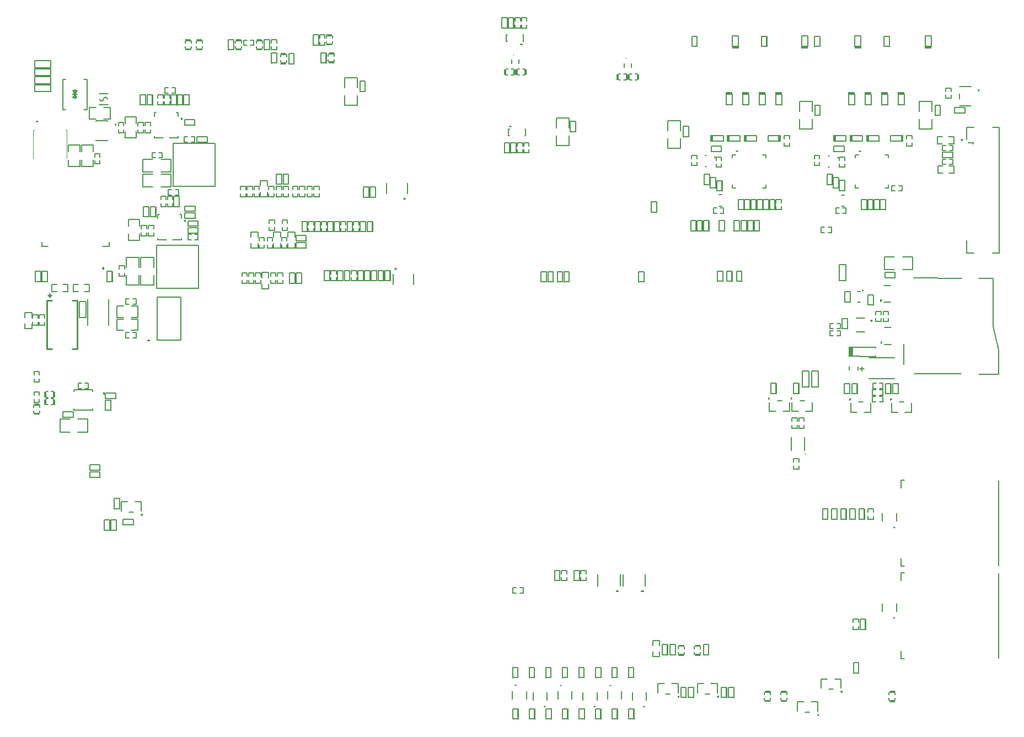
<source format=gbo>
G04*
G04 #@! TF.GenerationSoftware,Altium Limited,Altium Designer,23.4.1 (23)*
G04*
G04 Layer_Color=32896*
%FSLAX25Y25*%
%MOIN*%
G70*
G04*
G04 #@! TF.SameCoordinates,6A7C3DE4-8593-4091-87D5-6454EB1C75A9*
G04*
G04*
G04 #@! TF.FilePolarity,Positive*
G04*
G01*
G75*
%ADD10C,0.00630*%
%ADD13C,0.00394*%
%ADD14C,0.00500*%
%ADD15C,0.01000*%
%ADD16C,0.00013*%
%ADD18C,0.00787*%
%ADD21C,0.00600*%
%ADD31R,0.04000X0.01300*%
%ADD193C,0.00800*%
%ADD688C,0.00472*%
%ADD689R,0.01300X0.04000*%
%ADD690R,0.07300X0.01150*%
%ADD691R,0.02754X0.06200*%
D10*
X296918Y405961D02*
G03*
X296918Y405961I-155J0D01*
G01*
X364973Y403761D02*
G03*
X364973Y403761I-155J0D01*
G01*
D13*
X325300Y24400D02*
X325800Y24900D01*
X324800D02*
X325300Y24400D01*
X324800Y24900D02*
X325800D01*
X375000Y11903D02*
X376000D01*
X375500Y12403D02*
X376000Y11903D01*
X375000D02*
X375500Y12403D01*
X345100Y11903D02*
X345600Y12403D01*
X346100Y11903D01*
X345100D02*
X346100D01*
X315000D02*
X316000D01*
X315500Y12403D02*
X316000Y11903D01*
X315000D02*
X315500Y12403D01*
X297400Y25000D02*
X298400D01*
X297400D02*
X297900Y24500D01*
X298400Y25000D01*
X355300Y24400D02*
X355800Y24900D01*
X354800D02*
X355300Y24400D01*
X354800Y24900D02*
X355800D01*
X526200Y65500D02*
X527200D01*
X526700Y66000D02*
X527200Y65500D01*
X526200D02*
X526700Y66000D01*
X526285Y120208D02*
X526785Y120708D01*
X527285Y120208D01*
X526285D02*
X527285D01*
D14*
X46556Y379108D02*
G03*
X48952Y379200I1197J92D01*
G01*
X51352D02*
G03*
X48952Y379200I-1200J0D01*
G01*
X508256Y263537D02*
G03*
X508256Y263537I-394J0D01*
G01*
X490960Y28637D02*
X494860D01*
Y23137D02*
Y28637D01*
X487460Y22337D02*
X490060D01*
X495360Y20337D02*
Y21337D01*
X494860Y20837D02*
X495360Y21337D01*
X494860Y20837D02*
X495360Y20337D01*
X482660Y28637D02*
X486560D01*
X482660Y23137D02*
Y28637D01*
X476700Y14700D02*
X480600D01*
Y9200D02*
Y14700D01*
X473200Y8400D02*
X475800D01*
X481100Y6400D02*
Y7400D01*
X480600Y6900D02*
X481100Y7400D01*
X480600Y6900D02*
X481100Y6400D01*
X468400Y14700D02*
X472300D01*
X468400Y9200D02*
Y14700D01*
X502250Y32183D02*
Y38383D01*
Y32183D02*
X505450D01*
X502250Y38383D02*
X505450D01*
Y32183D02*
Y38383D01*
X295663Y400661D02*
Y403161D01*
X300063Y400661D02*
Y403161D01*
X156999Y299800D02*
X160199D01*
Y301800D01*
X156999Y299800D02*
Y301800D01*
Y306000D02*
X160199D01*
Y304000D02*
Y306000D01*
X156999Y304000D02*
Y306000D01*
X455489Y316549D02*
Y318549D01*
X458689Y316549D02*
Y318549D01*
X455489D02*
X458689D01*
X455489Y312349D02*
Y314349D01*
X458689Y312349D02*
Y314349D01*
X455489Y312349D02*
X458689D01*
X531705Y323764D02*
Y326964D01*
X529705D02*
X531705D01*
X529705Y323764D02*
X531705D01*
X525505D02*
Y326964D01*
X527505D01*
X525505Y323764D02*
X527505D01*
X490462Y350813D02*
X496662D01*
X490462Y347613D02*
Y350813D01*
X496662Y347613D02*
Y350813D01*
X490462Y347613D02*
X496662D01*
X493825Y323881D02*
Y330081D01*
Y323881D02*
X497025D01*
X493825Y330081D02*
X497025D01*
Y323881D02*
Y330081D01*
X490105Y325631D02*
Y331831D01*
Y325631D02*
X493305D01*
X490105Y331831D02*
X493305D01*
Y325631D02*
Y331831D01*
X486362Y327481D02*
Y333681D01*
Y327481D02*
X489562D01*
X486362Y333681D02*
X489562D01*
Y327481D02*
Y333681D01*
X433254Y299494D02*
Y305694D01*
X430054D02*
X433254D01*
X430054Y299494D02*
X433254D01*
X430054D02*
Y305694D01*
X437641Y299494D02*
Y305694D01*
X434441D02*
X437641D01*
X434441Y299494D02*
X437641D01*
X434441D02*
Y305694D01*
X445551Y299494D02*
Y305694D01*
X442351D02*
X445551D01*
X442351Y299494D02*
X445551D01*
X442351D02*
Y305694D01*
X441606Y299494D02*
Y305694D01*
X438406D02*
X441606D01*
X438406Y299494D02*
X441606D01*
X438406D02*
Y305694D01*
X419624Y323781D02*
Y329981D01*
Y323781D02*
X422824D01*
X419624Y329981D02*
X422824D01*
Y323781D02*
Y329981D01*
X419105Y325631D02*
Y331831D01*
X415905D02*
X419105D01*
X415905Y325631D02*
X419105D01*
X415905D02*
Y331831D01*
X415362Y327481D02*
Y333681D01*
X412162D02*
X415362D01*
X412162Y327481D02*
X415362D01*
X412162D02*
Y333681D01*
X416262Y350813D02*
X422462D01*
X416262Y347613D02*
Y350813D01*
X422462Y347613D02*
Y350813D01*
X416262Y347613D02*
X422462D01*
X418659Y343829D02*
Y344429D01*
X418359Y344129D02*
X418659Y344429D01*
X418359Y344129D02*
X418659Y343829D01*
X412859Y338429D02*
X413259D01*
X412859Y345129D02*
X413259D01*
X501345Y353653D02*
X507745D01*
Y357253D01*
X501345D02*
X507745D01*
X501345Y353653D02*
Y357253D01*
X443501Y312349D02*
Y318549D01*
X440301D02*
X443501D01*
X440301Y312349D02*
X443501D01*
X440301D02*
Y318549D01*
X521661Y312349D02*
Y318549D01*
X518461D02*
X521661D01*
X518461Y312349D02*
X521661D01*
X518461D02*
Y318549D01*
X363717Y398461D02*
Y400961D01*
X368117Y398461D02*
Y400961D01*
X201923Y269442D02*
Y271442D01*
X198723Y269442D02*
Y271442D01*
Y269442D02*
X201923D01*
Y273642D02*
Y275642D01*
X198723Y273642D02*
Y275642D01*
X201923D01*
X189756Y269442D02*
Y271442D01*
X186556Y269442D02*
Y271442D01*
Y269442D02*
X189756D01*
Y273642D02*
Y275642D01*
X186556Y273642D02*
Y275642D01*
X189756D01*
X190472Y269442D02*
Y275642D01*
Y269442D02*
X193672D01*
X190472Y275642D02*
X193672D01*
Y269442D02*
Y275642D01*
X206900Y269442D02*
Y275642D01*
Y269442D02*
X210100D01*
X206900Y275642D02*
X210100D01*
Y269442D02*
Y275642D01*
X218151Y269442D02*
Y275642D01*
X214951D02*
X218151D01*
X214951Y269442D02*
X218151D01*
X214951D02*
Y275642D01*
X214095Y269442D02*
Y275642D01*
X210895D02*
X214095D01*
X210895Y269442D02*
X214095D01*
X210895D02*
Y275642D01*
X182500Y269442D02*
Y275642D01*
Y269442D02*
X185700D01*
X182500Y275642D02*
X185700D01*
Y269442D02*
Y275642D01*
X202782Y269442D02*
Y275642D01*
Y269442D02*
X205982D01*
X202782Y275642D02*
X205982D01*
Y269442D02*
Y275642D01*
X194669Y269442D02*
Y275642D01*
Y269442D02*
X197869D01*
X194669Y275642D02*
X197869D01*
Y269442D02*
Y275642D01*
X222208Y269442D02*
Y275642D01*
X219008D02*
X222208D01*
X219008Y269442D02*
X222208D01*
X219008D02*
Y275642D01*
X152043Y320163D02*
Y322163D01*
X148843Y320163D02*
Y322163D01*
Y320163D02*
X152043D01*
Y324363D02*
Y326363D01*
X148843Y324363D02*
Y326363D01*
X152043D01*
X157675Y324363D02*
Y326363D01*
X160875Y324363D02*
Y326363D01*
X157675D02*
X160875D01*
X157675Y320163D02*
Y322163D01*
X160875Y320163D02*
Y322163D01*
X157675Y320163D02*
X160875D01*
X153486Y324363D02*
Y326363D01*
X156686Y324363D02*
Y326363D01*
X153486D02*
X156686D01*
X153486Y320163D02*
Y322163D01*
X156686Y320163D02*
Y322163D01*
X153486Y320163D02*
X156686D01*
X163365Y326363D02*
X166565D01*
X163365Y324363D02*
Y326363D01*
X166565Y324363D02*
Y326363D01*
X163365Y320163D02*
X166565D01*
X163365D02*
Y322163D01*
X166565Y320163D02*
Y322163D01*
X167555Y326363D02*
X170755D01*
X167555Y324363D02*
Y326363D01*
X170755Y324363D02*
Y326363D01*
X167555Y320163D02*
X170755D01*
X167555D02*
Y322163D01*
X170755Y320163D02*
Y322163D01*
X175144Y320163D02*
Y322163D01*
X171944Y320163D02*
Y322163D01*
Y320163D02*
X175144D01*
Y324363D02*
Y326363D01*
X171944Y324363D02*
Y326363D01*
X175144D01*
X176134D02*
X179334D01*
X176134Y324363D02*
Y326363D01*
X179334Y324363D02*
Y326363D01*
X176134Y320163D02*
X179334D01*
X176134D02*
Y322163D01*
X179334Y320163D02*
Y322163D01*
X97950Y363615D02*
X104150D01*
Y366815D01*
X97950Y363615D02*
Y366815D01*
X104150D01*
X160409Y289169D02*
X164609D01*
X160409D02*
Y292269D01*
X164609Y289169D02*
Y292269D01*
X160409Y298969D02*
X164609D01*
X160409Y295869D02*
Y298969D01*
X164609Y295869D02*
Y298969D01*
X6200Y242450D02*
X9400D01*
Y244450D01*
X6200Y242450D02*
Y244450D01*
Y248650D02*
X9400D01*
Y246650D02*
Y248650D01*
X6200Y246650D02*
Y248650D01*
X1400Y250200D02*
X5600D01*
Y247100D02*
Y250200D01*
X1400Y247100D02*
Y250200D01*
Y240400D02*
X5600D01*
Y243500D01*
X1400Y240400D02*
Y243500D01*
X10109Y246800D02*
Y248800D01*
X13309Y246800D02*
Y248800D01*
X10109D02*
X13309D01*
X10109Y242600D02*
Y244600D01*
X13309Y242600D02*
Y244600D01*
X10109Y242600D02*
X13309D01*
X96369Y366921D02*
Y367921D01*
X95869Y367421D02*
X96369Y367921D01*
X95869Y367421D02*
X96369Y366921D01*
X94012Y355944D02*
Y356727D01*
X79812Y355944D02*
Y356727D01*
Y355944D02*
X85213D01*
X94012Y368884D02*
Y371144D01*
X88611Y355944D02*
X94012D01*
X93124Y371144D02*
X94012D01*
X79812Y368884D02*
Y371144D01*
X80700D01*
X93580Y375732D02*
Y381932D01*
Y375732D02*
X96780D01*
X93580Y381932D02*
X96780D01*
Y375732D02*
Y381932D01*
X97475Y375732D02*
Y381932D01*
Y375732D02*
X100675D01*
X97475Y381932D02*
X100675D01*
Y375732D02*
Y381932D01*
X69855Y358953D02*
X73055D01*
Y360953D01*
X69855Y358953D02*
Y360953D01*
Y365153D02*
X73055D01*
Y363153D02*
Y365153D01*
X69855Y363153D02*
Y365153D01*
X74058Y358952D02*
X77258D01*
Y360952D01*
X74058Y358952D02*
Y360952D01*
Y365152D02*
X77258D01*
Y363152D02*
Y365152D01*
X74058Y363152D02*
Y365152D01*
X89743Y375732D02*
Y381932D01*
Y375732D02*
X92943D01*
X89743Y381932D02*
X92943D01*
Y375732D02*
Y381932D01*
X89001Y375732D02*
Y377732D01*
X85801Y375732D02*
Y377732D01*
Y375732D02*
X89001D01*
Y379932D02*
Y381932D01*
X85801Y379932D02*
Y381932D01*
X89001D01*
X75308Y375732D02*
Y381932D01*
Y375732D02*
X78508D01*
X75308Y381932D02*
X78508D01*
Y375732D02*
Y381932D01*
X81859D02*
X85059D01*
X81859Y379932D02*
Y381932D01*
X85059Y379932D02*
Y381932D01*
X81859Y375732D02*
X85059D01*
X81859D02*
Y377732D01*
X85059Y375732D02*
Y377732D01*
X86174Y382850D02*
Y386050D01*
Y382850D02*
X88174D01*
X86174Y386050D02*
X88174D01*
X92374Y382850D02*
Y386050D01*
X90374Y382850D02*
X92374D01*
X90374Y386050D02*
X92374D01*
X105401Y356400D02*
X111601D01*
X105401Y353200D02*
Y356400D01*
X111601Y353200D02*
Y356400D01*
X105401Y353200D02*
X111601D01*
X97850Y353200D02*
Y356400D01*
Y353200D02*
X99850D01*
X97850Y356400D02*
X99850D01*
X104050Y353200D02*
Y356400D01*
X102050Y353200D02*
X104050D01*
X102050Y356400D02*
X104050D01*
X71105Y375732D02*
Y381932D01*
Y375732D02*
X74305D01*
X71105Y381932D02*
X74305D01*
Y375732D02*
Y381932D01*
X62100Y368600D02*
X68900D01*
Y364600D02*
Y368600D01*
X62100Y364600D02*
Y368600D01*
Y355800D02*
X68900D01*
Y359800D01*
X62100Y355800D02*
Y359800D01*
X72821Y326163D02*
X78821D01*
X72821Y333963D02*
X78821D01*
X72821Y326163D02*
Y333963D01*
X83621Y326163D02*
X89621D01*
X83621Y333963D02*
X89621D01*
Y326163D02*
Y333963D01*
X72821Y334986D02*
X78821D01*
X72821Y342786D02*
X78821D01*
X72821Y334986D02*
Y342786D01*
X83621Y334986D02*
X89621D01*
X83621Y342786D02*
X89621D01*
Y334986D02*
Y342786D01*
X116300Y326500D02*
Y352484D01*
X91100Y326500D02*
Y352484D01*
Y326500D02*
X116300D01*
X91100Y352484D02*
X116300D01*
X78300Y343700D02*
X80300D01*
X78300Y346900D02*
X80300D01*
X78300Y343700D02*
Y346900D01*
X82500Y343700D02*
X84500D01*
X82500Y346900D02*
X84500D01*
Y343700D02*
Y346900D01*
X180669Y305300D02*
X183869D01*
X180669Y303300D02*
Y305300D01*
X183869Y303300D02*
Y305300D01*
X180669Y299100D02*
X183869D01*
X180669D02*
Y301100D01*
X183869Y299100D02*
Y301100D01*
X191672Y299100D02*
Y305300D01*
X188472D02*
X191672D01*
X188472Y299100D02*
X191672D01*
X188472D02*
Y305300D01*
X304087Y357100D02*
Y361100D01*
X303687D02*
X304087D01*
X303687Y357100D02*
X304087D01*
X293887D02*
Y361100D01*
X294287D01*
X293887Y357100D02*
X294287D01*
X294487Y362900D02*
X295487D01*
X294487D02*
X294987Y362400D01*
X295487Y362900D01*
X296991Y394067D02*
Y396974D01*
X295517Y393673D02*
X296480D01*
X296598D01*
X296991Y394067D01*
X295517Y397368D02*
X296598D01*
X296991Y396974D01*
X297600Y394142D02*
Y397135D01*
X292044Y394067D02*
Y396974D01*
X292555Y393673D02*
X293517D01*
X292438D02*
X292555D01*
X292044Y394067D02*
X292438Y393673D01*
Y397368D02*
X293517D01*
X292044Y396974D02*
X292438Y397368D01*
X291435Y394142D02*
Y397135D01*
X298946Y394173D02*
Y397079D01*
X299458Y397473D02*
X300420D01*
X299340D02*
X299458D01*
X298946Y397079D02*
X299340Y397473D01*
Y393779D02*
X300420D01*
X298946Y394173D02*
X299340Y393779D01*
X298338Y394012D02*
Y397004D01*
X303894Y394173D02*
Y397079D01*
X302420Y397473D02*
X303382D01*
X303500D01*
X303894Y397079D01*
X302420Y393779D02*
X303500D01*
X303894Y394173D01*
X304503Y394012D02*
Y397004D01*
X37200Y372890D02*
X39000D01*
X37200Y391000D02*
X39000D01*
Y372900D02*
Y391000D01*
X24400Y372890D02*
X26200D01*
X24400Y391000D02*
X26200D01*
X24400Y372900D02*
Y391000D01*
X31668Y379418D02*
Y385284D01*
X30448Y380048D02*
X32810D01*
X30487Y384615D02*
X33064D01*
X31661Y382235D02*
X33064Y384615D01*
X31661Y382235D02*
X32810Y380166D01*
X31625Y382300D02*
X33125D01*
X30487Y384615D02*
X31625Y382300D01*
X30125D02*
X31625D01*
X30448Y380048D02*
X31625Y382300D01*
X13963Y199157D02*
Y202064D01*
X14475Y202458D02*
X15437D01*
X14357D02*
X14475D01*
X13963Y202064D02*
X14357Y202458D01*
Y198764D02*
X15437D01*
X13963Y199157D02*
X14357Y198764D01*
X13355Y198997D02*
Y201989D01*
X18911Y199157D02*
Y202064D01*
X17437Y202458D02*
X18399D01*
X18517D01*
X18911Y202064D01*
X17437Y198764D02*
X18517D01*
X18911Y199157D01*
X19520Y198997D02*
Y201989D01*
X127689Y408998D02*
Y415198D01*
X124489D02*
X127689D01*
X124489Y408998D02*
X127689D01*
X124489D02*
Y415198D01*
X139800Y411748D02*
Y414948D01*
X137800D02*
X139800D01*
X137800Y411748D02*
X139800D01*
X133600D02*
Y414948D01*
X135600D01*
X133600Y411748D02*
X135600D01*
X149400Y408998D02*
Y415198D01*
X146200D02*
X149400D01*
X146200Y408998D02*
X149400D01*
X146200D02*
Y415198D01*
X150539D02*
X153739D01*
X150539Y413198D02*
Y415198D01*
X153739Y413198D02*
Y415198D01*
X150539Y408998D02*
X153739D01*
X150539D02*
Y410998D01*
X153739Y408998D02*
Y410998D01*
X325725Y88083D02*
X328925D01*
Y90083D01*
X325725Y88083D02*
Y90083D01*
Y94283D02*
X328925D01*
Y92283D02*
Y94283D01*
X325725Y92283D02*
Y94283D01*
X324872Y88083D02*
Y94283D01*
X321672D02*
X324872D01*
X321672Y88083D02*
X324872D01*
X321672D02*
Y94283D01*
X372500Y268700D02*
Y274900D01*
Y268700D02*
X375700D01*
X372500Y274900D02*
X375700D01*
Y268700D02*
Y274900D01*
X422285Y17343D02*
Y23543D01*
Y17343D02*
X425485D01*
X422285Y23543D02*
X425485D01*
Y17343D02*
Y23543D01*
X414797Y43292D02*
Y49492D01*
X411597D02*
X414797D01*
X411597Y43292D02*
X414797D01*
X411597D02*
Y49492D01*
X323600Y16400D02*
Y21000D01*
X332200Y16400D02*
Y21000D01*
X337400Y88083D02*
X340600D01*
Y90083D01*
X337400Y88083D02*
Y90083D01*
Y94283D02*
X340600D01*
Y92283D02*
Y94283D01*
X337400Y92283D02*
Y94283D01*
X368600Y15803D02*
Y20403D01*
X377200Y15803D02*
Y20403D01*
X347300Y15803D02*
Y20403D01*
X338700Y15803D02*
Y20403D01*
X308600Y15803D02*
Y20403D01*
X317200Y15803D02*
Y20403D01*
X309500Y29400D02*
Y35600D01*
X306300D02*
X309500D01*
X306300Y29400D02*
X309500D01*
X306300D02*
Y35600D01*
X304800Y16500D02*
Y21100D01*
X296200Y16500D02*
Y21100D01*
X353600Y16400D02*
Y21000D01*
X362200Y16400D02*
Y21000D01*
X361309Y84723D02*
Y91652D01*
X347785Y84723D02*
Y91652D01*
X362935Y84723D02*
Y91652D01*
X376460Y84723D02*
Y91652D01*
X296500Y80500D02*
X298500D01*
X296500Y83700D02*
X298500D01*
X296500Y80500D02*
Y83700D01*
X300700Y80500D02*
X302700D01*
X300700Y83700D02*
X302700D01*
Y80500D02*
Y83700D01*
X497895Y269626D02*
Y279226D01*
X493695D02*
X497895D01*
X493695Y269626D02*
X497895D01*
X493695D02*
Y279226D01*
X519800Y69400D02*
Y74000D01*
X528400Y69400D02*
Y74000D01*
X40700Y153756D02*
X46900D01*
X40700Y150556D02*
Y153756D01*
X46900Y150556D02*
Y153756D01*
X40700Y150556D02*
X46900D01*
X40700Y158100D02*
X46900D01*
X40700Y154900D02*
Y158100D01*
X46900Y154900D02*
Y158100D01*
X40700Y154900D02*
X46900D01*
X49533Y118597D02*
Y124797D01*
Y118597D02*
X52733D01*
X49533Y124797D02*
X52733D01*
Y118597D02*
Y124797D01*
X53381Y118597D02*
Y124797D01*
Y118597D02*
X56581D01*
X53381Y124797D02*
X56581D01*
Y118597D02*
Y124797D01*
X55395Y131486D02*
Y137686D01*
Y131486D02*
X58595D01*
X55395Y137686D02*
X58595D01*
Y131486D02*
Y137686D01*
X59650Y130160D02*
Y135660D01*
X63550D01*
X71850Y127860D02*
X72350Y127360D01*
X71850Y127860D02*
X72350Y128360D01*
Y127360D02*
Y128360D01*
X64450Y129360D02*
X67050D01*
X71850Y130160D02*
Y135660D01*
X67950D02*
X71850D01*
X60760Y121879D02*
X66960D01*
Y125079D01*
X60760Y121879D02*
Y125079D01*
X66960D01*
X528485Y124108D02*
Y128708D01*
X519885Y124108D02*
Y128708D01*
X578175Y270932D02*
X586675D01*
Y241902D02*
Y270932D01*
Y241902D02*
X590185Y227492D01*
Y212722D02*
Y227492D01*
X578175Y212722D02*
X590185D01*
X539159Y213002D02*
X567459D01*
X538845Y271002D02*
X567890Y270928D01*
X532675Y218832D02*
X532679Y231033D01*
X451623Y312349D02*
Y318549D01*
Y312349D02*
X454823D01*
X451623Y318549D02*
X454823D01*
Y312349D02*
Y318549D01*
X447849Y312349D02*
Y318549D01*
Y312349D02*
X451049D01*
X447849Y318549D02*
X451049D01*
Y312349D02*
Y318549D01*
X444075Y312349D02*
Y318549D01*
Y312349D02*
X447275D01*
X444075Y318549D02*
X447275D01*
Y312349D02*
Y318549D01*
X432752Y312339D02*
Y318539D01*
Y312339D02*
X435952D01*
X432752Y318539D02*
X435952D01*
Y312339D02*
Y318539D01*
X436526Y312339D02*
Y318539D01*
Y312339D02*
X439726D01*
X436526Y318539D02*
X439726D01*
Y312339D02*
Y318539D01*
X514751Y312349D02*
Y318549D01*
Y312349D02*
X517951D01*
X514751Y318549D02*
X517951D01*
Y312349D02*
Y318549D01*
X507169Y312349D02*
Y318549D01*
Y312349D02*
X510369D01*
X507169Y318549D02*
X510369D01*
Y312349D02*
Y318549D01*
X511000Y312349D02*
Y318549D01*
Y312349D02*
X514200D01*
X511000Y318549D02*
X514200D01*
Y312349D02*
Y318549D01*
X204078Y299100D02*
Y305300D01*
Y299100D02*
X207278D01*
X204078Y305300D02*
X207278D01*
Y299100D02*
Y305300D01*
X208280Y299100D02*
Y305300D01*
Y299100D02*
X211480D01*
X208280Y305300D02*
X211480D01*
Y299100D02*
Y305300D01*
X209417Y319913D02*
Y326113D01*
X206217D02*
X209417D01*
X206217Y319913D02*
X209417D01*
X206217D02*
Y326113D01*
X213349Y319913D02*
Y326113D01*
X210149D02*
X213349D01*
X210149Y319913D02*
X213349D01*
X210149D02*
Y326113D01*
X383300Y310900D02*
Y317100D01*
X380100D02*
X383300D01*
X380100Y310900D02*
X383300D01*
X380100D02*
Y317100D01*
X421049Y299494D02*
Y305694D01*
Y299494D02*
X424249D01*
X421049Y305694D02*
X424249D01*
Y299494D02*
Y305694D01*
X420084Y269000D02*
Y275200D01*
Y269000D02*
X423284D01*
X420084Y275200D02*
X423284D01*
Y269000D02*
Y275200D01*
X431606Y269000D02*
Y275200D01*
Y269000D02*
X434806D01*
X431606Y275200D02*
X434806D01*
Y269000D02*
Y275200D01*
X425613Y269000D02*
Y275200D01*
Y269000D02*
X428813D01*
X425613Y275200D02*
X428813D01*
Y269000D02*
Y275200D01*
X333400Y88083D02*
Y94283D01*
Y88083D02*
X336600D01*
X333400Y94283D02*
X336600D01*
Y88083D02*
Y94283D01*
X578153Y384100D02*
Y385100D01*
X577653Y384600D02*
X578153Y385100D01*
X577653Y384600D02*
X578153Y384100D01*
X566257Y386703D02*
X573343D01*
X566257Y379325D02*
Y382475D01*
Y375098D02*
X573343D01*
X558200Y379700D02*
X561400D01*
Y381700D01*
X558200Y379700D02*
Y381700D01*
Y385900D02*
X561400D01*
Y383900D02*
Y385900D01*
X558200Y383900D02*
Y385900D01*
X301125Y412194D02*
X301625Y412694D01*
X302125Y412194D01*
X301125D02*
X302125D01*
X302325Y417994D02*
X302725D01*
X302325Y413994D02*
X302725D01*
Y417994D01*
X292525D02*
X292925D01*
X292525Y413994D02*
X292925D01*
X292525D02*
Y417994D01*
X6963Y214326D02*
X10163D01*
X6963Y212326D02*
Y214326D01*
X10163Y212326D02*
Y214326D01*
X6963Y208126D02*
X10163D01*
X6963D02*
Y210126D01*
X10163Y208126D02*
Y210126D01*
X7000Y202100D02*
X10200D01*
X7000Y200100D02*
Y202100D01*
X10200Y200100D02*
Y202100D01*
X7000Y195900D02*
X10200D01*
X7000D02*
Y197900D01*
X10200Y195900D02*
Y197900D01*
X381000Y51800D02*
X385200D01*
Y48700D02*
Y51800D01*
X381000Y48700D02*
Y51800D01*
Y42000D02*
X385200D01*
Y45100D01*
X381000Y42000D02*
Y45100D01*
X386700Y43292D02*
Y49492D01*
Y43292D02*
X389900D01*
X386700Y49492D02*
X389900D01*
Y43292D02*
Y49492D01*
X391452Y43292D02*
Y49492D01*
Y43292D02*
X394652D01*
X391452Y49492D02*
X394652D01*
Y43292D02*
Y49492D01*
X396679Y43426D02*
X399586D01*
X396285Y43938D02*
Y44900D01*
Y43820D02*
Y43938D01*
Y43820D02*
X396679Y43426D01*
X399980Y43820D02*
Y44900D01*
X399586Y43426D02*
X399980Y43820D01*
X396754Y42817D02*
X399747D01*
X396679Y48374D02*
X399586D01*
X396285Y46900D02*
Y47862D01*
Y47980D01*
X396679Y48374D01*
X399980Y46900D02*
Y47980D01*
X399586Y48374D02*
X399980Y47980D01*
X396754Y48982D02*
X399747D01*
X406547Y43426D02*
X409453D01*
X406153Y43938D02*
Y44900D01*
Y43820D02*
Y43938D01*
Y43820D02*
X406547Y43426D01*
X409847Y43820D02*
Y44900D01*
X409453Y43426D02*
X409847Y43820D01*
X406622Y42817D02*
X409614D01*
X406547Y48374D02*
X409453D01*
X406153Y46900D02*
Y47862D01*
Y47980D01*
X406547Y48374D01*
X409847Y46900D02*
Y47980D01*
X409453Y48374D02*
X409847Y47980D01*
X406622Y48982D02*
X409614D01*
X405663Y17317D02*
Y23517D01*
X402463D02*
X405663D01*
X402463Y17317D02*
X405663D01*
X402463D02*
Y23517D01*
X430000Y17343D02*
Y23543D01*
X426800D02*
X430000D01*
X426800Y17343D02*
X430000D01*
X426800D02*
Y23543D01*
X458807Y21182D02*
X461799D01*
X461638Y20574D02*
X462032Y20180D01*
Y19100D02*
Y20180D01*
X458338D02*
X458732Y20574D01*
X458338Y20062D02*
Y20180D01*
Y19100D02*
Y20062D01*
X458732Y20574D02*
X461638D01*
X458807Y15017D02*
X461799D01*
X461638Y15626D02*
X462032Y16020D01*
Y17100D01*
X458338Y16020D02*
X458732Y15626D01*
X458338Y16020D02*
Y16138D01*
Y17100D01*
X458732Y15626D02*
X461638D01*
X448964Y21182D02*
X451957D01*
X451796Y20574D02*
X452190Y20180D01*
Y19100D02*
Y20180D01*
X448495D02*
X448889Y20574D01*
X448495Y20062D02*
Y20180D01*
Y19100D02*
Y20062D01*
X448889Y20574D02*
X451796D01*
X448964Y15017D02*
X451957D01*
X451796Y15626D02*
X452190Y16020D01*
Y17100D01*
X448495Y16020D02*
X448889Y15626D01*
X448495Y16020D02*
Y16138D01*
Y17100D01*
X448889Y15626D02*
X451796D01*
X165347Y296820D02*
X171547D01*
X165347Y293620D02*
Y296820D01*
X171547Y293620D02*
Y296820D01*
X165347Y293620D02*
X171547D01*
X154100Y272125D02*
Y274125D01*
X157300Y272125D02*
Y274125D01*
X154100D02*
X157300D01*
X154100Y267925D02*
Y269925D01*
X157300Y267925D02*
Y269925D01*
X154100Y267925D02*
X157300D01*
X148016Y326863D02*
Y329963D01*
X143816Y326863D02*
Y329963D01*
X148016D01*
Y320163D02*
Y323263D01*
X143816Y320163D02*
Y323263D01*
Y320163D02*
X148016D01*
X149100Y299800D02*
X152300D01*
Y301800D01*
X149100Y299800D02*
Y301800D01*
Y306000D02*
X152300D01*
Y304000D02*
Y306000D01*
X149100Y304000D02*
Y306000D01*
X140743Y267925D02*
X143943D01*
Y269925D01*
X140743Y267925D02*
Y269925D01*
Y274125D02*
X143943D01*
Y272125D02*
Y274125D01*
X140743Y272125D02*
Y274125D01*
X136680Y267925D02*
X139880D01*
Y269925D01*
X136680Y267925D02*
Y269925D01*
Y274125D02*
X139880D01*
Y272125D02*
Y274125D01*
X136680Y272125D02*
Y274125D01*
X132600Y267925D02*
X135800D01*
Y269925D01*
X132600Y267925D02*
Y269925D01*
Y274125D02*
X135800D01*
Y272125D02*
Y274125D01*
X132600Y272125D02*
Y274125D01*
X135000Y320163D02*
Y322163D01*
X131800Y320163D02*
Y322163D01*
Y320163D02*
X135000D01*
Y324363D02*
Y326363D01*
X131800Y324363D02*
Y326363D01*
X135000D01*
X414817Y299494D02*
Y305694D01*
X411617D02*
X414817D01*
X411617Y299494D02*
X414817D01*
X411617D02*
Y305694D01*
X563431Y370872D02*
X569631D01*
Y374072D01*
X563431Y370872D02*
Y374072D01*
X569631D01*
X556164Y339731D02*
Y342931D01*
Y339731D02*
X558164D01*
X556164Y342931D02*
X558164D01*
X562364Y339731D02*
Y342931D01*
X560364Y339731D02*
X562364D01*
X560364Y342931D02*
X562364D01*
X563064Y334509D02*
Y338709D01*
X559964Y334509D02*
X563064D01*
X559964Y338709D02*
X563064D01*
X553264Y334509D02*
Y338709D01*
Y334509D02*
X556364D01*
X553264Y338709D02*
X556364D01*
X407683Y299494D02*
Y305694D01*
Y299494D02*
X410883D01*
X407683Y305694D02*
X410883D01*
Y299494D02*
Y305694D01*
X478636Y343243D02*
Y345243D01*
X481836Y343243D02*
Y345243D01*
X478636D02*
X481836D01*
X478636Y339043D02*
Y341043D01*
X481836Y339043D02*
Y341043D01*
X478636Y339043D02*
X481836D01*
X301683Y422233D02*
X304883D01*
Y424233D01*
X301683Y422233D02*
Y424233D01*
Y428433D02*
X304883D01*
Y426433D02*
Y428433D01*
X301683Y426433D02*
Y428433D01*
X294525Y346660D02*
Y352860D01*
X291325D02*
X294525D01*
X291325Y346660D02*
X294525D01*
X291325D02*
Y352860D01*
X298416Y346660D02*
Y352860D01*
X295216D02*
X298416D01*
X295216Y346660D02*
X298416D01*
X295216D02*
Y352860D01*
X297792Y422233D02*
X300992D01*
Y424233D01*
X297792Y422233D02*
Y424233D01*
Y428433D02*
X300992D01*
Y426433D02*
Y428433D01*
X297792Y426433D02*
Y428433D01*
X299107Y352890D02*
X302307D01*
X299107Y350890D02*
Y352890D01*
X302307Y350890D02*
Y352890D01*
X299107Y346690D02*
X302307D01*
X299107D02*
Y348690D01*
X302307Y346690D02*
Y348690D01*
X302998Y352860D02*
X306198D01*
X302998Y350860D02*
Y352860D01*
X306198Y350860D02*
Y352860D01*
X302998Y346660D02*
X306198D01*
X302998D02*
Y348660D01*
X306198Y346660D02*
Y348660D01*
X505720Y347956D02*
X506720D01*
X505720D02*
X506220Y347456D01*
X506720Y347956D01*
X503281Y343678D02*
Y345647D01*
X505250D01*
X503281Y325386D02*
Y327355D01*
Y325386D02*
X505250D01*
X523540Y343678D02*
Y345647D01*
X521571D02*
X523540D01*
Y325386D02*
Y327355D01*
X521571Y325386D02*
X523540D01*
X497842Y310200D02*
Y313400D01*
X495842D02*
X497842D01*
X495842Y310200D02*
X497842D01*
X491642D02*
Y313400D01*
X493642D01*
X491642Y310200D02*
X493642D01*
X495219Y321300D02*
X496719D01*
X495219Y314500D02*
X496719D01*
X496969Y338038D02*
Y340038D01*
X493769Y338038D02*
Y340038D01*
Y338038D02*
X496969D01*
Y342238D02*
Y344238D01*
X493769Y342238D02*
Y344238D01*
X496969D01*
X493036Y343652D02*
Y344252D01*
X492736Y343952D02*
X493036Y344252D01*
X492736Y343952D02*
X493036Y343652D01*
X487236Y338252D02*
X487636D01*
X487236Y344952D02*
X487636D01*
X491278Y353653D02*
Y357253D01*
X497678D01*
Y353653D02*
Y357253D01*
X491278Y353653D02*
X497678D01*
X511293D02*
Y357253D01*
X517693D01*
Y353653D02*
Y357253D01*
X511293Y353653D02*
X517693D01*
X531251D02*
Y357253D01*
X524851Y353653D02*
X531251D01*
X524851D02*
Y357253D01*
X531251D01*
X534551Y355100D02*
Y357100D01*
X537751Y355100D02*
Y357100D01*
X534551D02*
X537751D01*
X534551Y350900D02*
Y352900D01*
X537751Y350900D02*
Y352900D01*
X534551Y350900D02*
X537751D01*
X567281Y354745D02*
X568281D01*
X567281D02*
X567781Y354245D01*
X568281Y354745D01*
X586406Y362181D02*
X590343D01*
Y286197D02*
Y362181D01*
X586406Y286197D02*
X590343D01*
X570658D02*
X574989D01*
X570658D02*
Y293677D01*
Y354701D02*
Y362181D01*
X574989D01*
X549900Y361017D02*
Y367017D01*
X542100Y361017D02*
Y367017D01*
Y361017D02*
X549900D01*
Y371817D02*
Y377817D01*
X542100Y371817D02*
Y377817D01*
X549900D01*
X37851Y207494D02*
X39851D01*
X37851Y204294D02*
X39851D01*
Y207494D01*
X33651D02*
X35651D01*
X33651Y204294D02*
X35651D01*
X33651D02*
Y207494D01*
X42551Y191281D02*
Y192281D01*
X30951Y191281D02*
Y192281D01*
Y191281D02*
X42551D01*
X49251Y200881D02*
Y201881D01*
X48751Y201381D02*
X49251Y201881D01*
X48751Y201381D02*
X49251Y200881D01*
X42551Y202481D02*
Y203481D01*
X30951Y202481D02*
Y203481D01*
X42551D01*
X33546Y185652D02*
X39546D01*
X33546Y177852D02*
X39546D01*
Y185652D01*
X22746D02*
X28746D01*
X22746Y177852D02*
X28746D01*
X22746D02*
Y185652D01*
X24508Y190065D02*
X30708D01*
X24508Y186865D02*
Y190065D01*
X30708Y186865D02*
Y190065D01*
X24508Y186865D02*
X30708D01*
X19520Y194630D02*
Y197622D01*
X18517Y194397D02*
X18911Y194791D01*
X17437Y194397D02*
X18517D01*
Y198091D02*
X18911Y197697D01*
X18399Y198091D02*
X18517D01*
X17437D02*
X18399D01*
X18911Y194791D02*
Y197697D01*
X13355Y194630D02*
Y197622D01*
X13963Y194791D02*
X14357Y194397D01*
X15437D01*
X13963Y197697D02*
X14357Y198091D01*
X14475D01*
X15437D01*
X13963Y194791D02*
Y197697D01*
X6949Y188695D02*
X9941D01*
X6716Y189697D02*
X7110Y189303D01*
X6716Y189697D02*
Y190777D01*
X10016Y189303D02*
X10410Y189697D01*
Y189815D01*
Y190777D01*
X7110Y189303D02*
X10016D01*
X6949Y194860D02*
X9941D01*
X6716Y193857D02*
X7110Y194251D01*
X6716Y192777D02*
Y193857D01*
X10016Y194251D02*
X10410Y193857D01*
Y193739D02*
Y193857D01*
Y192777D02*
Y193739D01*
X7110Y194251D02*
X10016D01*
X53251Y191053D02*
Y197253D01*
X50051D02*
X53251D01*
X50051Y191053D02*
X53251D01*
X50051D02*
Y197253D01*
Y201381D02*
X56251D01*
X50051Y198181D02*
Y201381D01*
X56251Y198181D02*
Y201381D01*
X50051Y198181D02*
X56251D01*
X365582Y391086D02*
Y394078D01*
X364580Y390853D02*
X364974Y391247D01*
X363500Y390853D02*
X364580D01*
Y394547D02*
X364974Y394153D01*
X364462Y394547D02*
X364580D01*
X363500D02*
X364462D01*
X364974Y391247D02*
Y394153D01*
X359418Y391086D02*
Y394078D01*
X360026Y391247D02*
X360420Y390853D01*
X361500D01*
X360026Y394153D02*
X360420Y394547D01*
X360538D01*
X361500D01*
X360026Y391247D02*
Y394153D01*
X366197Y391322D02*
Y394314D01*
X366806Y394153D02*
X367199Y394547D01*
X368279D01*
X366806Y391247D02*
X367199Y390853D01*
X367317D01*
X368279D01*
X366806Y391247D02*
Y394153D01*
X372362Y391322D02*
Y394314D01*
X371359Y394547D02*
X371753Y394153D01*
X370279Y394547D02*
X371359D01*
Y390853D02*
X371753Y391247D01*
X371241Y390853D02*
X371359D01*
X370279D02*
X371241D01*
X371753Y391247D02*
Y394153D01*
X402628Y356530D02*
Y362730D01*
X399428D02*
X402628D01*
X399428Y356530D02*
X402628D01*
X399428D02*
Y362730D01*
X404709Y411103D02*
Y417303D01*
Y411103D02*
X407909D01*
X404709Y417303D02*
X407909D01*
Y411103D02*
Y417303D01*
X425358Y375737D02*
Y382137D01*
Y375737D02*
X428958D01*
Y382137D01*
X425358D02*
X428958D01*
X432807Y411179D02*
Y417579D01*
X429207D02*
X432807D01*
X429207Y411179D02*
Y417579D01*
Y411179D02*
X432807D01*
X435358Y375737D02*
Y382137D01*
Y375737D02*
X438958D01*
Y382137D01*
X435358D02*
X438958D01*
X445358Y375737D02*
Y382137D01*
Y375737D02*
X448958D01*
Y382137D01*
X445358D02*
X448958D01*
X474600Y411200D02*
Y417600D01*
X471000D02*
X474600D01*
X471000Y411200D02*
Y417600D01*
Y411200D02*
X474600D01*
X455358Y375737D02*
Y382137D01*
Y375737D02*
X458958D01*
Y382137D01*
X455358D02*
X458958D01*
X477389Y361017D02*
Y367017D01*
X469589Y361017D02*
Y367017D01*
Y361017D02*
X477389D01*
Y371817D02*
Y377817D01*
X469589Y371817D02*
Y377817D01*
X477389D01*
X446709Y411103D02*
Y417303D01*
Y411103D02*
X449909D01*
X446709Y417303D02*
X449909D01*
Y411103D02*
Y417303D01*
X482180Y369387D02*
Y375587D01*
X478980D02*
X482180D01*
X478980Y369387D02*
X482180D01*
X478980D02*
Y375587D01*
X509351Y375737D02*
Y382137D01*
Y375737D02*
X512951D01*
Y382137D01*
X509351D02*
X512951D01*
X519351Y375737D02*
Y382137D01*
Y375737D02*
X522951D01*
Y382137D01*
X519351D02*
X522951D01*
X499351Y375737D02*
Y382137D01*
Y375737D02*
X502951D01*
Y382137D01*
X499351D02*
X502951D01*
X520900Y411067D02*
Y417267D01*
Y411067D02*
X524100D01*
X520900Y417267D02*
X524100D01*
Y411067D02*
Y417267D01*
X506800Y411067D02*
Y417467D01*
X503200D02*
X506800D01*
X503200Y411067D02*
Y417467D01*
Y411067D02*
X506800D01*
X482100D02*
Y417267D01*
X478900D02*
X482100D01*
X478900Y411067D02*
X482100D01*
X478900D02*
Y417267D01*
X554891Y369387D02*
Y375587D01*
X551691D02*
X554891D01*
X551691Y369387D02*
X554891D01*
X551691D02*
Y375587D01*
X529351Y375737D02*
Y382137D01*
Y375737D02*
X532951D01*
Y382137D01*
X529351D02*
X532951D01*
X549300Y411167D02*
Y417567D01*
X545700D02*
X549300D01*
X545700Y411167D02*
Y417567D01*
Y411167D02*
X549300D01*
X389919Y366230D02*
X397719D01*
X389919Y360230D02*
Y366230D01*
X397719Y360230D02*
Y366230D01*
X389919Y349430D02*
X397719D01*
X389919D02*
Y355430D01*
X397719Y349430D02*
Y355430D01*
X417185Y353653D02*
X423585D01*
Y357253D01*
X417185D02*
X423585D01*
X417185Y353653D02*
Y357253D01*
X427202Y353653D02*
X433602D01*
Y357253D01*
X427202D02*
X433602D01*
X427202Y353653D02*
Y357253D01*
X437483Y353653D02*
X443883D01*
Y357253D01*
X437483D02*
X443883D01*
X437483Y353653D02*
Y357253D01*
X450831D02*
X457231D01*
X450831Y353653D02*
Y357253D01*
Y353653D02*
X457231D01*
Y357253D01*
X293001Y422233D02*
Y428433D01*
X289801D02*
X293001D01*
X289801Y422233D02*
X293001D01*
X289801D02*
Y428433D01*
X460458Y350837D02*
X463658D01*
Y352837D01*
X460458Y350837D02*
Y352837D01*
Y357037D02*
X463658D01*
Y355037D02*
Y357037D01*
X460458Y355037D02*
Y357037D01*
X296855Y422233D02*
Y428433D01*
X293655D02*
X296855D01*
X293655Y422233D02*
X296855D01*
X293655D02*
Y428433D01*
X330400Y351030D02*
Y357030D01*
X322600Y351030D02*
Y357030D01*
Y351030D02*
X330400D01*
Y361830D02*
Y367830D01*
X322600Y361830D02*
Y367830D01*
X330400D01*
X331200Y359630D02*
Y365830D01*
Y359630D02*
X334400D01*
X331200Y365830D02*
X334400D01*
Y359630D02*
Y365830D01*
X160965Y400612D02*
Y406812D01*
Y400612D02*
X164165D01*
X160965Y406812D02*
X164165D01*
Y400612D02*
Y406812D01*
X172166Y299100D02*
Y305300D01*
X168966D02*
X172166D01*
X168966Y299100D02*
X172166D01*
X168966D02*
Y305300D01*
X180363Y401012D02*
Y407212D01*
Y401012D02*
X183563D01*
X180363Y407212D02*
X183563D01*
Y401012D02*
Y407212D01*
X179682Y411977D02*
X182882D01*
Y413977D01*
X179682Y411977D02*
Y413977D01*
Y418177D02*
X182882D01*
Y416177D02*
Y418177D01*
X179682Y416177D02*
Y418177D01*
X185309Y407212D02*
X188301D01*
X188140Y406604D02*
X188534Y406210D01*
Y405130D02*
Y406210D01*
X184840D02*
X185234Y406604D01*
X184840Y406092D02*
Y406210D01*
Y405130D02*
Y406092D01*
X185234Y406604D02*
X188140D01*
X185309Y401047D02*
X188301D01*
X188140Y401656D02*
X188534Y402050D01*
Y403130D01*
X184840Y402050D02*
X185234Y401656D01*
X184840Y402050D02*
Y402168D01*
Y403130D01*
X185234Y401656D02*
X188140D01*
X183873Y412013D02*
X186865D01*
X183640Y413015D02*
X184034Y412621D01*
X183640Y413015D02*
Y414095D01*
X186940Y412621D02*
X187334Y413015D01*
Y413133D01*
Y414095D01*
X184034Y412621D02*
X186940D01*
X183873Y418178D02*
X186865D01*
X183640Y417175D02*
X184034Y417569D01*
X183640Y416095D02*
Y417175D01*
X186940Y417569D02*
X187334Y417175D01*
Y417057D02*
Y417175D01*
Y416095D02*
Y417057D01*
X184034Y417569D02*
X186940D01*
X178919Y411977D02*
Y418177D01*
X175719D02*
X178919D01*
X175719Y411977D02*
X178919D01*
X175719D02*
Y418177D01*
X156227Y400647D02*
X159219D01*
X155994Y401650D02*
X156388Y401256D01*
X155994Y401650D02*
Y402730D01*
X159294Y401256D02*
X159688Y401650D01*
Y401768D01*
Y402730D01*
X156388Y401256D02*
X159294D01*
X156227Y406812D02*
X159219D01*
X155994Y405810D02*
X156388Y406204D01*
X155994Y404730D02*
Y405810D01*
X159294Y406204D02*
X159688Y405810D01*
Y405692D02*
Y405810D01*
Y404730D02*
Y405692D01*
X156388Y406204D02*
X159294D01*
X202537Y375397D02*
Y381397D01*
X194737Y375397D02*
Y381397D01*
Y375397D02*
X202537D01*
Y386197D02*
Y392197D01*
X194737Y386197D02*
Y392197D01*
X202537D01*
X207117Y383834D02*
Y390034D01*
X203917D02*
X207117D01*
X203917Y383834D02*
X207117D01*
X203917D02*
Y390034D01*
X153739Y401030D02*
Y407230D01*
X150539D02*
X153739D01*
X150539Y401030D02*
X153739D01*
X150539D02*
Y407230D01*
X421200Y321400D02*
X422700D01*
X421200Y314600D02*
X422700D01*
X407150Y299494D02*
Y305694D01*
X403950D02*
X407150D01*
X403950Y299494D02*
X407150D01*
X403950D02*
Y305694D01*
X417606Y310257D02*
X419606D01*
X417606Y313457D02*
X419606D01*
X417606Y310257D02*
Y313457D01*
X421806Y310257D02*
X423806D01*
X421806Y313457D02*
X423806D01*
Y310257D02*
Y313457D01*
X404436Y343257D02*
Y345257D01*
X407636Y343257D02*
Y345257D01*
X404436D02*
X407636D01*
X404436Y339057D02*
Y341057D01*
X407636Y339057D02*
Y341057D01*
X404436Y339057D02*
X407636D01*
X422462Y338038D02*
Y340038D01*
X419262Y338038D02*
Y340038D01*
Y338038D02*
X422462D01*
Y342238D02*
Y344238D01*
X419262Y342238D02*
Y344238D01*
X422462D01*
X431520Y347956D02*
X432520D01*
X431520D02*
X432020Y347456D01*
X432520Y347956D01*
X429080Y343678D02*
Y345647D01*
X431049D01*
X429080Y325386D02*
Y327355D01*
Y325386D02*
X431049D01*
X449340Y343678D02*
Y345647D01*
X447371D02*
X449340D01*
Y325386D02*
Y327355D01*
X447371Y325386D02*
X449340D01*
X482900Y298584D02*
X484900D01*
X482900Y301784D02*
X484900D01*
X482900Y298584D02*
Y301784D01*
X487100Y298584D02*
X489100D01*
X487100Y301784D02*
X489100D01*
Y298584D02*
Y301784D01*
X397936Y17317D02*
Y23517D01*
Y17317D02*
X401136D01*
X397936Y23517D02*
X401136D01*
Y17317D02*
Y23517D01*
X407939Y20243D02*
Y25743D01*
X411839D01*
X420139Y17943D02*
X420639Y17443D01*
X420139Y17943D02*
X420639Y18443D01*
Y17443D02*
Y18443D01*
X412739Y19443D02*
X415339D01*
X420139Y20243D02*
Y25743D01*
X416239D02*
X420139D01*
X384091Y20243D02*
Y25743D01*
X387991D01*
X396291Y17943D02*
X396791Y17443D01*
X396291Y17943D02*
X396791Y18443D01*
Y17443D02*
Y18443D01*
X388891Y19443D02*
X391491D01*
X396291Y20243D02*
Y25743D01*
X392391D02*
X396291D01*
X43643Y346190D02*
X46843D01*
X43643Y344190D02*
Y346190D01*
X46843Y344190D02*
Y346190D01*
X43643Y339990D02*
X46843D01*
X43643D02*
Y341990D01*
X46843Y339990D02*
Y341990D01*
X8400Y365827D02*
X9400D01*
X8400D02*
X8900Y365327D01*
X9400Y365827D01*
X35842Y351389D02*
X42642D01*
Y347389D02*
Y351389D01*
X35842Y347389D02*
Y351389D01*
Y338589D02*
X42642D01*
Y342589D01*
X35842Y338589D02*
Y342589D01*
X27842Y351390D02*
X34642D01*
Y347390D02*
Y351390D01*
X27842Y347390D02*
Y351390D01*
Y338590D02*
X34642D01*
Y342590D01*
X27842Y338590D02*
Y342590D01*
X316600Y268700D02*
Y274900D01*
X313400D02*
X316600D01*
X313400Y268700D02*
X316600D01*
X313400D02*
Y274900D01*
X320800Y268700D02*
Y274900D01*
X317600D02*
X320800D01*
X317600Y268700D02*
X320800D01*
X317600D02*
Y274900D01*
X504500Y201111D02*
Y207311D01*
X501300D02*
X504500D01*
X501300Y201111D02*
X504500D01*
X501300D02*
Y207311D01*
X498766Y240351D02*
Y246551D01*
X495566D02*
X498766D01*
X495566Y240351D02*
X498766D01*
X495566D02*
Y246551D01*
X220028Y322213D02*
Y328513D01*
X232627Y322213D02*
Y328513D01*
X223958Y267113D02*
Y273413D01*
X236557Y267113D02*
Y273413D01*
X488174Y240410D02*
Y243610D01*
Y240410D02*
X490174D01*
X488174Y243610D02*
X490174D01*
X494374Y240410D02*
Y243610D01*
X492374Y240410D02*
X494374D01*
X492374Y243610D02*
X494374D01*
X492375Y239314D02*
X494375D01*
X492375Y236114D02*
X494375D01*
Y239314D01*
X488175D02*
X490175D01*
X488175Y236114D02*
X490175D01*
X488175D02*
Y239314D01*
X520250Y250913D02*
X523450D01*
X520250Y248913D02*
Y250913D01*
X523450Y248913D02*
Y250913D01*
X520250Y244713D02*
X523450D01*
X520250D02*
Y246713D01*
X523450Y244713D02*
Y246713D01*
X515884Y250912D02*
X519084D01*
X515884Y248912D02*
Y250912D01*
X519084Y248912D02*
Y250912D01*
X515884Y244712D02*
X519084D01*
X515884D02*
Y246712D01*
X519084Y244712D02*
Y246712D01*
X504036Y246876D02*
X508957D01*
X504036Y238451D02*
X508957D01*
X513349Y244764D02*
Y245764D01*
X512849Y245264D02*
X513349Y245764D01*
X512849Y245264D02*
X513349Y244764D01*
X521300Y274389D02*
X527500D01*
X521300Y271189D02*
Y274389D01*
X527500Y271189D02*
Y274389D01*
X521300Y271189D02*
X527500D01*
X521200Y275989D02*
X527200D01*
X521200Y283789D02*
X527200D01*
X521200Y275989D02*
Y283789D01*
X532000Y275989D02*
X538000D01*
X532000Y283789D02*
X538000D01*
Y275989D02*
Y283789D01*
X156686Y327750D02*
Y333950D01*
X153486D02*
X156686D01*
X153486Y327750D02*
X156686D01*
X153486D02*
Y333950D01*
X160875Y327750D02*
Y333950D01*
X157675D02*
X160875D01*
X157675Y327750D02*
X160875D01*
X157675D02*
Y333950D01*
X141747Y414572D02*
X144653D01*
X145047Y413098D02*
Y414060D01*
Y414178D01*
X144653Y414572D02*
X145047Y414178D01*
X141353Y413098D02*
Y414178D01*
X141747Y414572D01*
X141586Y415181D02*
X144578D01*
X141747Y409624D02*
X144653D01*
X145047Y410136D02*
Y411098D01*
Y410018D02*
Y410136D01*
X144653Y409624D02*
X145047Y410018D01*
X141353D02*
Y411098D01*
Y410018D02*
X141747Y409624D01*
X141586Y409016D02*
X144578D01*
X129247Y414572D02*
X132153D01*
X132547Y413098D02*
Y414060D01*
Y414178D01*
X132153Y414572D02*
X132547Y414178D01*
X128853Y413098D02*
Y414178D01*
X129247Y414572D01*
X129086Y415181D02*
X132078D01*
X129247Y409624D02*
X132153D01*
X132547Y410136D02*
Y411098D01*
Y410018D02*
Y410136D01*
X132153Y409624D02*
X132547Y410018D01*
X128853D02*
Y411098D01*
Y410018D02*
X129247Y409624D01*
X129086Y409016D02*
X132078D01*
X98713Y414572D02*
X101620D01*
X102014Y413098D02*
Y414060D01*
Y414178D01*
X101620Y414572D02*
X102014Y414178D01*
X98320Y413098D02*
Y414178D01*
X98713Y414572D01*
X98553Y415181D02*
X101545D01*
X98713Y409624D02*
X101620D01*
X102014Y410136D02*
Y411098D01*
Y410018D02*
Y410136D01*
X101620Y409624D02*
X102014Y410018D01*
X98320D02*
Y411098D01*
Y410018D02*
X98713Y409624D01*
X98553Y409016D02*
X101545D01*
X105547Y414572D02*
X108453D01*
X108847Y413098D02*
Y414060D01*
Y414178D01*
X108453Y414572D02*
X108847Y414178D01*
X105153Y413098D02*
Y414178D01*
X105547Y414572D01*
X105386Y415181D02*
X108378D01*
X105547Y409624D02*
X108453D01*
X108847Y410136D02*
Y411098D01*
Y410018D02*
Y410136D01*
X108453Y409624D02*
X108847Y410018D01*
X105153D02*
Y411098D01*
Y410018D02*
X105547Y409624D01*
X105386Y409016D02*
X108378D01*
X524197Y15526D02*
X527103D01*
X523803Y16038D02*
Y17000D01*
Y15920D02*
Y16038D01*
Y15920D02*
X524197Y15526D01*
X527497Y15920D02*
Y17000D01*
X527103Y15526D02*
X527497Y15920D01*
X524272Y14917D02*
X527264D01*
X524197Y20474D02*
X527103D01*
X523803Y19000D02*
Y19962D01*
Y20080D01*
X524197Y20474D01*
X527497Y19000D02*
Y20080D01*
X527103Y20474D02*
X527497Y20080D01*
X524272Y21082D02*
X527264D01*
X7797Y268900D02*
Y275100D01*
Y268900D02*
X10997D01*
X7797Y275100D02*
X10997D01*
Y268900D02*
Y275100D01*
X14997Y268900D02*
Y275100D01*
X11797D02*
X14997D01*
X11797Y268900D02*
X14997D01*
X11797D02*
Y275100D01*
X17600Y267143D02*
X20700D01*
X17600Y262943D02*
X20700D01*
X17600D02*
Y267143D01*
X24300D02*
X27400D01*
X24300Y262943D02*
X27400D01*
Y267143D01*
X40400Y262942D02*
Y267142D01*
X37300Y262942D02*
X40400D01*
X37300Y267142D02*
X40400D01*
X30600Y262942D02*
Y267142D01*
Y262942D02*
X33700D01*
X30600Y267142D02*
X33700D01*
X54200Y268900D02*
Y275100D01*
X51000D02*
X54200D01*
X51000Y268900D02*
X54200D01*
X51000D02*
Y275100D01*
X62399Y255118D02*
Y258318D01*
Y255118D02*
X64399D01*
X62399Y258318D02*
X64399D01*
X68599Y255118D02*
Y258318D01*
X66599Y255118D02*
X68599D01*
X66599Y258318D02*
X68599D01*
X58482Y272180D02*
X61682D01*
Y274180D01*
X58482Y272180D02*
Y274180D01*
Y278380D02*
X61682D01*
Y276380D02*
Y278380D01*
X58482Y276380D02*
Y278380D01*
X62635Y277537D02*
Y283537D01*
X70435Y277537D02*
Y283537D01*
X62635D02*
X70435D01*
X62635Y266737D02*
Y272737D01*
X70435Y266737D02*
Y272737D01*
X62635Y266737D02*
X70435D01*
X7500Y387900D02*
X17100D01*
X7500Y383700D02*
Y387900D01*
X17100Y383700D02*
Y387900D01*
X7500Y383700D02*
X17100D01*
X7500Y388555D02*
X17100D01*
Y392755D01*
X7500Y388555D02*
Y392755D01*
X17100D01*
X7500Y393400D02*
X17100D01*
Y397600D01*
X7500Y393400D02*
Y397600D01*
X17100D01*
X48474Y290210D02*
X52274D01*
Y292810D01*
X11674Y290210D02*
X15474D01*
X11674D02*
Y292810D01*
X46275Y375757D02*
X51630D01*
X46275Y382443D02*
X51630D01*
X40300Y367300D02*
Y374100D01*
X44300D01*
X40300Y367300D02*
X44300D01*
X53100D02*
Y374100D01*
X49100D02*
X53100D01*
X49100Y367300D02*
X53100D01*
X44444Y366100D02*
X51344D01*
Y365706D02*
Y366100D01*
X44444Y365706D02*
Y366100D01*
Y354100D02*
X51344D01*
Y354494D01*
X44444Y354100D02*
Y354494D01*
X55944Y363900D02*
X56444Y363400D01*
X55944Y363900D02*
X56444Y364400D01*
Y363400D02*
Y364400D01*
X61203Y358898D02*
Y360898D01*
X58003Y358898D02*
Y360898D01*
Y358898D02*
X61203D01*
Y363098D02*
Y365098D01*
X58003Y363098D02*
Y365098D01*
X61203D01*
X64011Y293698D02*
Y297698D01*
X70811Y293698D02*
Y297698D01*
X64011Y293698D02*
X70811D01*
X64011Y302498D02*
Y306498D01*
X70811Y302498D02*
Y306498D01*
X64011D02*
X70811D01*
X71828Y300699D02*
Y302699D01*
X75028Y300699D02*
Y302699D01*
X71828D02*
X75028D01*
X71828Y296499D02*
Y298499D01*
X75028Y296499D02*
Y298499D01*
X71828Y296499D02*
X75028D01*
X73105Y307999D02*
Y314199D01*
Y307999D02*
X76305D01*
X73105Y314199D02*
X76305D01*
Y307999D02*
Y314199D01*
X71558Y277537D02*
Y283537D01*
X79358Y277537D02*
Y283537D01*
X71558D02*
X79358D01*
X71558Y266737D02*
Y272737D01*
X79358Y266737D02*
Y272737D01*
X71558Y266737D02*
X79358D01*
X76058Y300698D02*
Y302698D01*
X79258Y300698D02*
Y302698D01*
X76058D02*
X79258D01*
X76058Y296498D02*
Y298498D01*
X79258Y296498D02*
Y298498D01*
X76058Y296498D02*
X79258D01*
X77308Y307999D02*
Y314199D01*
Y307999D02*
X80508D01*
X77308Y314199D02*
X80508D01*
Y307999D02*
Y314199D01*
X86859D02*
Y316199D01*
X83659Y314199D02*
Y316199D01*
Y314199D02*
X86859D01*
Y318399D02*
Y320399D01*
X83659Y318399D02*
Y320399D01*
X86859D01*
X98369Y305239D02*
Y306239D01*
X97869Y305739D02*
X98369Y306239D01*
X97869Y305739D02*
X98369Y305239D01*
X96012Y294262D02*
Y295044D01*
X81812Y294262D02*
Y295044D01*
Y294262D02*
X87213D01*
X96012Y307202D02*
Y309462D01*
X90611Y294262D02*
X96012D01*
X95124Y309462D02*
X96012D01*
X81812Y307202D02*
Y309462D01*
X82700D01*
X99977Y305624D02*
X106177D01*
X99977Y302424D02*
Y305624D01*
X106177Y302424D02*
Y305624D01*
X99977Y302424D02*
X106177D01*
X99977Y298314D02*
X106177D01*
Y301514D01*
X99977Y298314D02*
Y301514D01*
X106177D01*
X104177Y297454D02*
X106177D01*
X104177Y294254D02*
X106177D01*
Y297454D01*
X99977D02*
X101977D01*
X99977Y294254D02*
X101977D01*
X99977D02*
Y297454D01*
X7500Y398237D02*
X17100D01*
Y402437D01*
X7500Y398237D02*
Y402437D01*
X17100D01*
X106300Y264958D02*
Y290942D01*
X81100Y264958D02*
Y290942D01*
Y264958D02*
X106300D01*
X81100Y290942D02*
X106300D01*
X90806Y314199D02*
Y316199D01*
X87606Y314199D02*
Y316199D01*
Y314199D02*
X90806D01*
Y318399D02*
Y320399D01*
X87606Y318399D02*
Y320399D01*
X90806D01*
X92374Y324500D02*
X94374D01*
X92374Y321300D02*
X94374D01*
Y324500D01*
X88174D02*
X90174D01*
X88174Y321300D02*
X90174D01*
X88174D02*
Y324500D01*
X94743Y314199D02*
Y320399D01*
X91543D02*
X94743D01*
X91543Y314199D02*
X94743D01*
X91543D02*
Y320399D01*
X98127Y307200D02*
X104327D01*
Y310400D01*
X98127Y307200D02*
Y310400D01*
X104327D01*
X98127Y311329D02*
X104327D01*
Y314529D01*
X98127Y311329D02*
Y314529D01*
X104327D01*
X38503Y247281D02*
Y256881D01*
X34303D02*
X38503D01*
X34303Y247281D02*
X38503D01*
X34303D02*
Y256881D01*
X69900Y239372D02*
Y246172D01*
X65900Y239372D02*
X69900D01*
X65900Y246172D02*
X69900D01*
X57100Y239372D02*
Y246172D01*
Y239372D02*
X61100D01*
X57100Y246172D02*
X61100D01*
X69901Y247274D02*
Y254074D01*
X65901Y247274D02*
X69901D01*
X65901Y254074D02*
X69901D01*
X57101Y247274D02*
Y254074D01*
Y247274D02*
X61101D01*
X57101Y254074D02*
X61101D01*
X62400Y234916D02*
Y238116D01*
Y234916D02*
X64400D01*
X62400Y238116D02*
X64400D01*
X68600Y234916D02*
Y238116D01*
X66600Y234916D02*
X68600D01*
X66600Y238116D02*
X68600D01*
X81300Y259500D02*
X95600D01*
X81300Y233500D02*
Y259500D01*
X95600Y233500D02*
Y259500D01*
X81300Y233500D02*
X95600D01*
X590186Y97179D02*
Y148479D01*
X531086Y144279D02*
Y148779D01*
X533086D01*
X531086Y96879D02*
Y101379D01*
Y96879D02*
X533086D01*
X486825Y125209D02*
Y131409D01*
X483625D02*
X486825D01*
X483625Y125209D02*
X486825D01*
X483625D02*
Y131409D01*
X477430Y190360D02*
Y195860D01*
X473530Y190360D02*
X477430D01*
X464730Y198660D02*
X465230Y198160D01*
X464730Y197660D02*
X465230Y198160D01*
X464730Y197660D02*
Y198660D01*
X470030Y196660D02*
X472630D01*
X465230Y190360D02*
Y195860D01*
Y190360D02*
X469130D01*
X526100Y201111D02*
Y207311D01*
Y201111D02*
X529300D01*
X526100Y207311D02*
X529300D01*
Y201111D02*
Y207311D01*
X521700Y201111D02*
Y207311D01*
Y201111D02*
X524900D01*
X521700Y207311D02*
X524900D01*
Y201111D02*
Y207311D01*
X518119Y207363D02*
X520119D01*
X518119Y204163D02*
X520119D01*
Y207363D01*
X513919D02*
X515919D01*
X513919Y204163D02*
X515919D01*
X513919D02*
Y207363D01*
X513900Y196163D02*
X515900D01*
X513900Y199363D02*
X515900D01*
X513900Y196163D02*
Y199363D01*
X518100Y196163D02*
X520100D01*
X518100Y199363D02*
X520100D01*
Y196163D02*
Y199363D01*
X513899Y200174D02*
X515899D01*
X513899Y203374D02*
X515899D01*
X513899Y200174D02*
Y203374D01*
X518099Y200174D02*
X520099D01*
X518099Y203374D02*
X520099D01*
Y200174D02*
Y203374D01*
X506000Y216263D02*
X508600D01*
X507300Y214863D02*
Y217463D01*
X463741Y190360D02*
Y195860D01*
X459841Y190360D02*
X463741D01*
X451041Y198660D02*
X451541Y198160D01*
X451041Y197660D02*
X451541Y198160D01*
X451041Y197660D02*
Y198660D01*
X456341Y196660D02*
X458941D01*
X451541Y190360D02*
Y195860D01*
Y190360D02*
X455441D01*
X452301Y201222D02*
Y207422D01*
Y201222D02*
X455501D01*
X452301Y207422D02*
X455501D01*
Y201222D02*
Y207422D01*
X465990Y201222D02*
Y207422D01*
Y201222D02*
X469190D01*
X465990Y207422D02*
X469190D01*
Y201222D02*
Y207422D01*
X537462Y189960D02*
Y195460D01*
X533562Y189960D02*
X537462D01*
X524762Y198260D02*
X525262Y197760D01*
X524762Y197260D02*
X525262Y197760D01*
X524762Y197260D02*
Y198260D01*
X530062Y196260D02*
X532662D01*
X525262Y189960D02*
Y195460D01*
Y189960D02*
X529162D01*
X492323Y125209D02*
Y131409D01*
X489123D02*
X492323D01*
X489123Y125209D02*
X492323D01*
X489123D02*
Y131409D01*
X497857Y125209D02*
Y131409D01*
X494657D02*
X497857D01*
X494657Y125209D02*
X497857D01*
X494657D02*
Y131409D01*
X503374Y125209D02*
Y131409D01*
X500174D02*
X503374D01*
X500174Y125209D02*
X503374D01*
X500174D02*
Y131409D01*
X508879Y125209D02*
Y131409D01*
X505679D02*
X508879D01*
X505679Y125209D02*
X508879D01*
X505679D02*
Y131409D01*
X511169Y129409D02*
Y131409D01*
X514369Y129409D02*
Y131409D01*
X511169D02*
X514369D01*
X511169Y125209D02*
Y127209D01*
X514369Y125209D02*
Y127209D01*
X511169Y125209D02*
X514369D01*
X590186Y41215D02*
Y92515D01*
X531086Y88315D02*
Y92815D01*
X533086D01*
X531086Y40915D02*
Y45415D01*
Y40915D02*
X533086D01*
X172868Y305300D02*
X176068D01*
X172868Y303300D02*
Y305300D01*
X176068Y303300D02*
Y305300D01*
X172868Y299100D02*
X176068D01*
X172868D02*
Y301100D01*
X176068Y299100D02*
Y301100D01*
X192374Y305300D02*
X195574D01*
X192374Y303300D02*
Y305300D01*
X195574Y303300D02*
Y305300D01*
X192374Y299100D02*
X195574D01*
X192374D02*
Y301100D01*
X195574Y299100D02*
Y301100D01*
X464668Y166817D02*
Y174717D01*
X472868Y166817D02*
Y174717D01*
X469320Y184363D02*
Y186363D01*
X472520Y184363D02*
Y186363D01*
X469320D02*
X472520D01*
X469320Y180163D02*
Y182163D01*
X472520Y180163D02*
Y182163D01*
X469320Y180163D02*
X472520D01*
X475456Y205263D02*
Y214863D01*
X471256D02*
X475456D01*
X471256Y205263D02*
X475456D01*
X471256D02*
Y214863D01*
X481200Y205263D02*
Y214863D01*
X477000D02*
X481200D01*
X477000Y205263D02*
X481200D01*
X477000D02*
Y214863D01*
X468283Y180163D02*
Y182163D01*
X465083Y180163D02*
Y182163D01*
Y180163D02*
X468283D01*
Y184363D02*
Y186363D01*
X465083Y184363D02*
Y186363D01*
X468283D01*
X469400Y155563D02*
Y157563D01*
X466200Y155563D02*
Y157563D01*
Y155563D02*
X469400D01*
Y159763D02*
Y161763D01*
X466200Y159763D02*
Y161763D01*
X469400D01*
X515879Y223515D02*
Y224115D01*
X506679Y223515D02*
X515879D01*
Y228715D02*
Y229315D01*
X506679D02*
X515879D01*
X499809Y215413D02*
Y217413D01*
X505209Y215413D02*
Y217413D01*
X366300Y4350D02*
Y10550D01*
Y4350D02*
X369500D01*
X366300Y10550D02*
X369500D01*
Y4350D02*
Y10550D01*
X560364Y351186D02*
X562364D01*
X560364Y347986D02*
X562364D01*
Y351186D01*
X556164D02*
X558164D01*
X556164Y347986D02*
X558164D01*
X556164D02*
Y351186D01*
X553144Y356335D02*
X556244D01*
X553144Y352135D02*
X556244D01*
X553144D02*
Y356335D01*
X559844D02*
X562944D01*
X559844Y352135D02*
X562944D01*
Y356335D01*
X556164Y343858D02*
X562364D01*
Y347058D01*
X556164Y343858D02*
Y347058D01*
X562364D01*
X150036Y267925D02*
X153236D01*
Y269925D01*
X150036Y267925D02*
Y269925D01*
Y274125D02*
X153236D01*
Y272125D02*
Y274125D01*
X150036Y272125D02*
Y274125D01*
X165347Y289220D02*
X171547D01*
Y292420D01*
X165347Y289220D02*
Y292420D01*
X171547D01*
X144648Y274321D02*
X148848D01*
Y271221D02*
Y274321D01*
X144648Y271221D02*
Y274321D01*
Y264521D02*
X148848D01*
Y267621D01*
X144648Y264521D02*
Y267621D01*
X151756Y289169D02*
X155956D01*
X151756D02*
Y292269D01*
X155956Y289169D02*
Y292269D01*
X151756Y298969D02*
X155956D01*
X151756Y295869D02*
Y298969D01*
X155956Y295869D02*
Y298969D01*
X156600Y295420D02*
X159800D01*
X156600Y293420D02*
Y295420D01*
X159800Y293420D02*
Y295420D01*
X156600Y289220D02*
X159800D01*
X156600D02*
Y291220D01*
X159800Y289220D02*
Y291220D01*
X164600Y267925D02*
Y274125D01*
X161400D02*
X164600D01*
X161400Y267925D02*
X164600D01*
X161400D02*
Y274125D01*
X168659Y267925D02*
Y274125D01*
X165459D02*
X168659D01*
X165459Y267925D02*
X168659D01*
X165459D02*
Y274125D01*
X143005Y295420D02*
X146205D01*
X143005Y293420D02*
Y295420D01*
X146205Y293420D02*
Y295420D01*
X143005Y289220D02*
X146205D01*
X143005D02*
Y291220D01*
X146205Y289220D02*
Y291220D01*
X147932Y295420D02*
X151132D01*
X147932Y293420D02*
Y295420D01*
X151132Y293420D02*
Y295420D01*
X147932Y289220D02*
X151132D01*
X147932D02*
Y291220D01*
X151132Y289220D02*
Y291220D01*
X138200Y289169D02*
X142400D01*
X138200D02*
Y292269D01*
X142400Y289169D02*
Y292269D01*
X138200Y298969D02*
X142400D01*
X138200Y295869D02*
Y298969D01*
X142400Y295869D02*
Y298969D01*
X139947Y326363D02*
X143147D01*
X139947Y324363D02*
Y326363D01*
X143147Y324363D02*
Y326363D01*
X139947Y320163D02*
X143147D01*
X139947D02*
Y322163D01*
X143147Y320163D02*
Y322163D01*
X135880Y326363D02*
X139080D01*
X135880Y324363D02*
Y326363D01*
X139080Y324363D02*
Y326363D01*
X135880Y320163D02*
X139080D01*
X135880D02*
Y322163D01*
X139080Y320163D02*
Y322163D01*
X500059Y201111D02*
Y207311D01*
X496859D02*
X500059D01*
X496859Y201111D02*
X500059D01*
X496859D02*
Y207311D01*
X512779Y189960D02*
Y195460D01*
X508879Y189960D02*
X512779D01*
X500079Y198260D02*
X500579Y197760D01*
X500079Y197260D02*
X500579Y197760D01*
X500079Y197260D02*
Y198260D01*
X505379Y196260D02*
X507979D01*
X500579Y189960D02*
Y195460D01*
Y189960D02*
X504479D01*
X319606Y4350D02*
Y10550D01*
X316406D02*
X319606D01*
X316406Y4350D02*
X319606D01*
X316406D02*
Y10550D01*
X329500Y4350D02*
Y10550D01*
X326300D02*
X329500D01*
X326300Y4350D02*
X329500D01*
X326300D02*
Y10550D01*
X309500Y4350D02*
Y10550D01*
X306300D02*
X309500D01*
X306300Y4350D02*
X309500D01*
X306300D02*
Y10550D01*
X299500Y4350D02*
Y10550D01*
X296300D02*
X299500D01*
X296300Y4350D02*
X299500D01*
X296300D02*
Y10550D01*
X196275Y299100D02*
Y305300D01*
Y299100D02*
X199475D01*
X196275Y305300D02*
X199475D01*
Y299100D02*
Y305300D01*
X184571Y299100D02*
Y305300D01*
Y299100D02*
X187771D01*
X184571Y305300D02*
X187771D01*
Y299100D02*
Y305300D01*
X176769Y299100D02*
Y305300D01*
Y299100D02*
X179969D01*
X176769Y305300D02*
X179969D01*
Y299100D02*
Y305300D01*
X511164Y254682D02*
Y260882D01*
Y254682D02*
X514364D01*
X511164Y260882D02*
X514364D01*
Y254682D02*
Y260882D01*
X504713Y262750D02*
X506287D01*
X504713Y256450D02*
X506287D01*
X497206Y256569D02*
Y262769D01*
Y256569D02*
X500406D01*
X497206Y262769D02*
X500406D01*
Y256569D02*
Y262769D01*
X509532Y58600D02*
Y64800D01*
X506332D02*
X509532D01*
X506332Y58600D02*
X509532D01*
X506332D02*
Y64800D01*
X502100Y62800D02*
Y64800D01*
X505300Y62800D02*
Y64800D01*
X502100D02*
X505300D01*
X502100Y58600D02*
Y60600D01*
X505300Y58600D02*
Y60600D01*
X502100Y58600D02*
X505300D01*
X296300Y29400D02*
Y35600D01*
Y29400D02*
X299500D01*
X296300Y35600D02*
X299500D01*
Y29400D02*
Y35600D01*
X336300Y29400D02*
Y35600D01*
Y29400D02*
X339500D01*
X336300Y35600D02*
X339500D01*
Y29400D02*
Y35600D01*
X316300Y29400D02*
Y35600D01*
Y29400D02*
X319500D01*
X316300Y35600D02*
X319500D01*
Y29400D02*
Y35600D01*
X326339Y29400D02*
Y35600D01*
Y29400D02*
X329539D01*
X326339Y35600D02*
X329539D01*
Y29400D02*
Y35600D01*
X339600Y4350D02*
Y10550D01*
X336400D02*
X339600D01*
X336400Y4350D02*
X339600D01*
X336400D02*
Y10550D01*
X359500Y4350D02*
Y10550D01*
X356300D02*
X359500D01*
X356300Y4350D02*
X359500D01*
X356300D02*
Y10550D01*
X349500Y4350D02*
Y10550D01*
X346300D02*
X349500D01*
X346300Y4350D02*
X349500D01*
X346300D02*
Y10550D01*
X356300Y29400D02*
Y35600D01*
Y29400D02*
X359500D01*
X356300Y35600D02*
X359500D01*
Y29400D02*
Y35600D01*
X346400Y29400D02*
Y35600D01*
Y29400D02*
X349600D01*
X346400Y35600D02*
X349600D01*
Y29400D02*
Y35600D01*
X366300Y29400D02*
Y35600D01*
Y29400D02*
X369500D01*
X366300Y35600D02*
X369500D01*
Y29400D02*
Y35600D01*
X203377Y299100D02*
Y301100D01*
X200177Y299100D02*
Y301100D01*
Y299100D02*
X203377D01*
Y303300D02*
Y305300D01*
X200177Y303300D02*
Y305300D01*
X203377D01*
X520874Y256419D02*
X524774D01*
X520874Y266619D02*
X524774D01*
X521074Y230889D02*
X524974D01*
X521074Y241089D02*
X524974D01*
X323339Y268700D02*
Y274900D01*
Y268700D02*
X326539D01*
X323339Y274900D02*
X326539D01*
Y268700D02*
Y274900D01*
X327276Y268700D02*
Y274900D01*
Y268700D02*
X330476D01*
X327276Y274900D02*
X330476D01*
Y268700D02*
Y274900D01*
D15*
X33000Y228223D02*
Y257423D01*
X30100Y228223D02*
X33000D01*
X30100Y257423D02*
X33000D01*
X14800D02*
X17700D01*
X14800Y228223D02*
X17700D01*
X14800D02*
Y257423D01*
X16400Y259458D02*
Y261372D01*
X15482Y260423D02*
X17366D01*
X48774Y276610D02*
Y277610D01*
X48274Y277110D02*
X48774Y277610D01*
X48274Y277110D02*
X48774Y276610D01*
D16*
X505550Y32083D02*
Y38483D01*
X490362Y350913D02*
X496762D01*
X497125Y323781D02*
Y330181D01*
X493405Y325531D02*
Y331931D01*
X489662Y327381D02*
Y333781D01*
X433354Y299394D02*
Y305794D01*
X437741Y299394D02*
Y305794D01*
X442251Y299394D02*
Y305794D01*
X441706Y299394D02*
Y305794D01*
X422924Y323681D02*
Y330081D01*
X419205Y325531D02*
Y331931D01*
X415462Y327381D02*
Y333781D01*
X416162Y350913D02*
X422562D01*
X443601Y312249D02*
Y318649D01*
X521761Y312249D02*
Y318649D01*
X190372Y269342D02*
Y275742D01*
X206800Y269342D02*
Y275742D01*
X218251Y269342D02*
Y275742D01*
X214195Y269342D02*
Y275742D01*
X185800Y269342D02*
Y275742D01*
X206082Y269342D02*
Y275742D01*
X194569Y269342D02*
Y275742D01*
X222308Y269342D02*
Y275742D01*
X97850Y363515D02*
X104250D01*
X93480Y375632D02*
Y382032D01*
X100775Y375632D02*
Y382032D01*
X93043Y375632D02*
Y382032D01*
X78608Y375632D02*
Y382032D01*
X105301Y353100D02*
X111701D01*
X74405Y375632D02*
Y382032D01*
X188372Y299000D02*
Y305400D01*
X124389Y408898D02*
Y415298D01*
X146100Y408898D02*
Y415298D01*
X321572Y87983D02*
Y94383D01*
X372400Y268600D02*
Y275000D01*
X425585Y17243D02*
Y23643D01*
X414897Y43192D02*
Y49592D01*
X306200Y29300D02*
Y35700D01*
X40600Y150456D02*
X47000D01*
X40600Y154800D02*
X47000D01*
X52833Y118497D02*
Y124897D01*
X56681Y118497D02*
Y124897D01*
X58695Y131386D02*
Y137786D01*
X60660Y125179D02*
X67060D01*
X454923Y312249D02*
Y318649D01*
X451149Y312249D02*
Y318649D01*
X447375Y312249D02*
Y318649D01*
X436052Y312239D02*
Y318639D01*
X439826Y312239D02*
Y318639D01*
X518051Y312249D02*
Y318649D01*
X510469Y312249D02*
Y318649D01*
X514300Y312249D02*
Y318649D01*
X207378Y299000D02*
Y305400D01*
X211580Y299000D02*
Y305400D01*
X206117Y319813D02*
Y326213D01*
X210049Y319813D02*
Y326213D01*
X380000Y310800D02*
Y317200D01*
X424349Y299394D02*
Y305794D01*
X423384Y268900D02*
Y275300D01*
X434906Y268900D02*
Y275300D01*
X428913Y268900D02*
Y275300D01*
X333300Y87983D02*
Y94383D01*
X390000Y43192D02*
Y49592D01*
X394752Y43192D02*
Y49592D01*
X405763Y17217D02*
Y23617D01*
X430100Y17243D02*
Y23643D01*
X165247Y293520D02*
X171647D01*
X414917Y299394D02*
Y305794D01*
X563331Y374172D02*
X569731D01*
X410983Y299394D02*
Y305794D01*
X291225Y346560D02*
Y352960D01*
X295116Y346560D02*
Y352960D01*
X24408Y186765D02*
X30808D01*
X53351Y190953D02*
Y197353D01*
X49951Y201481D02*
X56351D01*
X399328Y356430D02*
Y362830D01*
X404609Y411003D02*
Y417403D01*
X450009Y411003D02*
Y417403D01*
X478880Y369287D02*
Y375687D01*
X524200Y410967D02*
Y417367D01*
X478800Y410967D02*
Y417367D01*
X551591Y369287D02*
Y375687D01*
X293101Y422133D02*
Y428533D01*
X296955Y422133D02*
Y428533D01*
X331100Y359530D02*
Y365930D01*
X160865Y400512D02*
Y406912D01*
X168866Y299000D02*
Y305400D01*
X183663Y400912D02*
Y407312D01*
X179019Y411877D02*
Y418277D01*
X203817Y383734D02*
Y390134D01*
X150439Y400930D02*
Y407330D01*
X407250Y299394D02*
Y305794D01*
X401236Y17217D02*
Y23617D01*
X316700Y268600D02*
Y275000D01*
X320900Y268600D02*
Y275000D01*
X504600Y201011D02*
Y207411D01*
X498866Y240251D02*
Y246651D01*
X521200Y274489D02*
X527600D01*
X153386Y327650D02*
Y334050D01*
X157575Y327650D02*
Y334050D01*
X7697Y268800D02*
Y275200D01*
X15097Y268800D02*
Y275200D01*
X54300Y268800D02*
Y275200D01*
X76405Y307899D02*
Y314299D01*
X80608Y307899D02*
Y314299D01*
X99877Y302324D02*
X106277D01*
X99877Y301614D02*
X106277D01*
X94843Y314099D02*
Y320499D01*
X98027Y307100D02*
X104427D01*
X98027Y314629D02*
X104427D01*
X483525Y125109D02*
Y131509D01*
X529400Y201011D02*
Y207411D01*
X525000Y201011D02*
Y207411D01*
X455601Y201122D02*
Y207522D01*
X469290Y201122D02*
Y207522D01*
X492423Y125109D02*
Y131509D01*
X497957Y125109D02*
Y131509D01*
X503474Y125109D02*
Y131509D01*
X508979Y125109D02*
Y131509D01*
X369600Y4250D02*
Y10650D01*
X556064Y347158D02*
X562464D01*
X165247Y289120D02*
X171647D01*
X164700Y267825D02*
Y274225D01*
X168759Y267825D02*
Y274225D01*
X496759Y201011D02*
Y207411D01*
X319706Y4250D02*
Y10650D01*
X329600Y4250D02*
Y10650D01*
X309600Y4250D02*
Y10650D01*
X299600Y4250D02*
Y10650D01*
X196175Y299000D02*
Y305400D01*
X184471Y299000D02*
Y305400D01*
X176669Y299000D02*
Y305400D01*
X514464Y254582D02*
Y260982D01*
X500506Y256469D02*
Y262869D01*
X509632Y58500D02*
Y64900D01*
X296200Y29300D02*
Y35700D01*
X336200Y29300D02*
Y35700D01*
X316200Y29300D02*
Y35700D01*
X326239Y29300D02*
Y35700D01*
X339700Y4250D02*
Y10650D01*
X359600Y4250D02*
Y10650D01*
X349600Y4250D02*
Y10650D01*
X356200Y29300D02*
Y35700D01*
X346300Y29300D02*
Y35700D01*
X366200Y29300D02*
Y35700D01*
X323239Y268600D02*
Y275000D01*
X327176Y268600D02*
Y275000D01*
D18*
X473217Y164717D02*
G03*
X473217Y164717I-150J0D01*
G01*
X358947Y81587D02*
X359547Y82187D01*
X360147Y81587D01*
X358947D02*
X360147D01*
X374098D02*
X375298D01*
X374698Y82187D02*
X375298Y81587D01*
X374098D02*
X374698Y82187D01*
X230528Y318863D02*
X231028Y319363D01*
X231528Y318863D01*
X230528D02*
X231528D01*
X225058Y276763D02*
X226058D01*
X225058D02*
X225558Y276263D01*
X226058Y276763D01*
X75900Y233300D02*
X76400Y233800D01*
X76900Y233300D01*
X75900D02*
X76900D01*
X518774Y256919D02*
Y258119D01*
Y256919D02*
X519374Y257519D01*
X518774Y258119D02*
X519374Y257519D01*
X518974Y231389D02*
Y232589D01*
Y231389D02*
X519574Y231989D01*
X518974Y232589D02*
X519574Y231989D01*
D21*
X39300Y242615D02*
Y258215D01*
X52100Y242615D02*
Y258215D01*
X511585Y210063D02*
X527185D01*
X511585Y222863D02*
X527185D01*
D31*
X427160Y382789D02*
D03*
X431008Y410525D02*
D03*
X437160Y382789D02*
D03*
X447160D02*
D03*
X472801Y410548D02*
D03*
X457160Y382789D02*
D03*
X511153Y382788D02*
D03*
X521153Y382788D02*
D03*
X501153Y382788D02*
D03*
X505002Y410415D02*
D03*
X531153Y382788D02*
D03*
X547502Y410515D02*
D03*
D193*
X574881Y353245D02*
Y352246D01*
Y352746D01*
X571882D01*
X572382Y353245D01*
D688*
X26736Y343708D02*
X26740Y343566D01*
Y360496D01*
X25950D02*
X26740D01*
X6260D02*
X7050D01*
X6260Y343566D02*
Y360496D01*
Y343566D02*
X6264Y343511D01*
D689*
X500694Y355453D02*
D03*
X490625D02*
D03*
X510642Y355452D02*
D03*
X531902Y355453D02*
D03*
X416533Y355452D02*
D03*
X426550D02*
D03*
X436835Y355451D02*
D03*
X457883Y355453D02*
D03*
D690*
X503028Y223841D02*
D03*
Y228991D02*
D03*
D691*
X500756Y226416D02*
D03*
M02*

</source>
